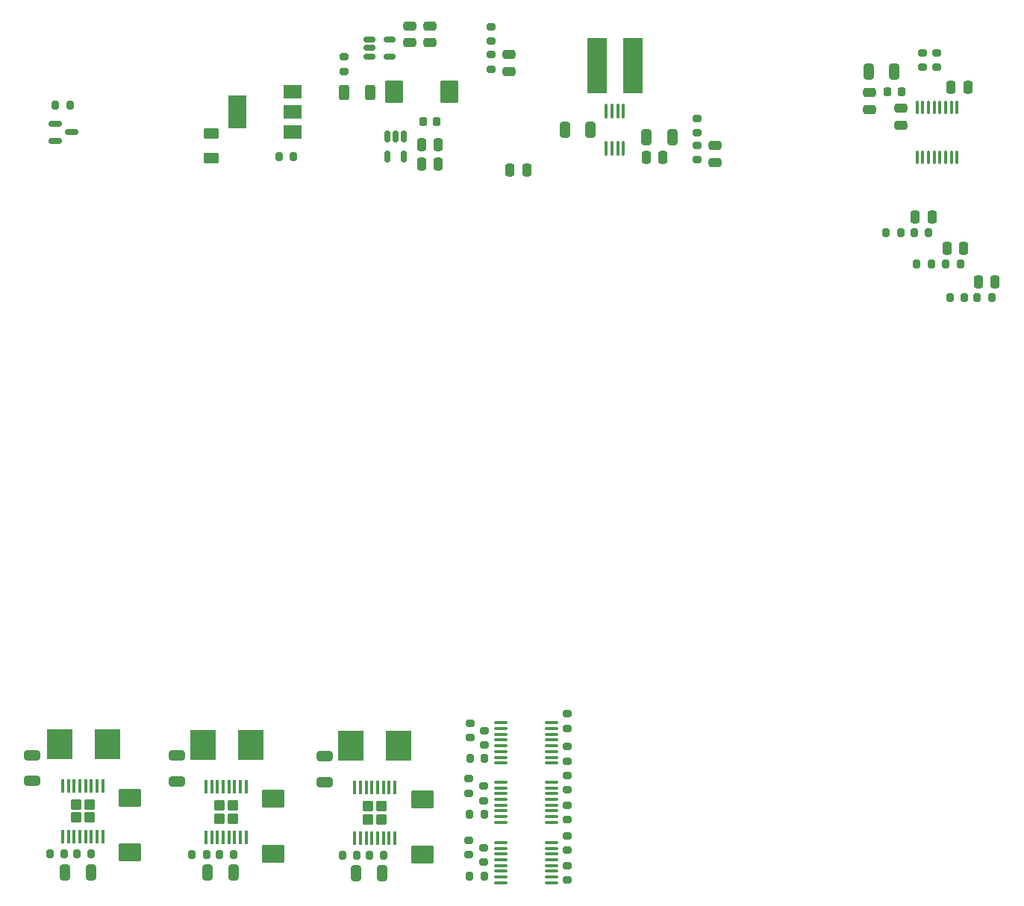
<source format=gbr>
%TF.GenerationSoftware,KiCad,Pcbnew,(6.0.2)*%
%TF.CreationDate,2023-06-26T13:18:54+02:00*%
%TF.ProjectId,LTPS_A,4c545053-5f41-42e6-9b69-6361645f7063,rev?*%
%TF.SameCoordinates,Original*%
%TF.FileFunction,Paste,Top*%
%TF.FilePolarity,Positive*%
%FSLAX46Y46*%
G04 Gerber Fmt 4.6, Leading zero omitted, Abs format (unit mm)*
G04 Created by KiCad (PCBNEW (6.0.2)) date 2023-06-26 13:18:54*
%MOMM*%
%LPD*%
G01*
G04 APERTURE LIST*
G04 Aperture macros list*
%AMRoundRect*
0 Rectangle with rounded corners*
0 $1 Rounding radius*
0 $2 $3 $4 $5 $6 $7 $8 $9 X,Y pos of 4 corners*
0 Add a 4 corners polygon primitive as box body*
4,1,4,$2,$3,$4,$5,$6,$7,$8,$9,$2,$3,0*
0 Add four circle primitives for the rounded corners*
1,1,$1+$1,$2,$3*
1,1,$1+$1,$4,$5*
1,1,$1+$1,$6,$7*
1,1,$1+$1,$8,$9*
0 Add four rect primitives between the rounded corners*
20,1,$1+$1,$2,$3,$4,$5,0*
20,1,$1+$1,$4,$5,$6,$7,0*
20,1,$1+$1,$6,$7,$8,$9,0*
20,1,$1+$1,$8,$9,$2,$3,0*%
G04 Aperture macros list end*
%ADD10RoundRect,0.200000X0.275000X-0.200000X0.275000X0.200000X-0.275000X0.200000X-0.275000X-0.200000X0*%
%ADD11RoundRect,0.250000X-0.325000X-0.650000X0.325000X-0.650000X0.325000X0.650000X-0.325000X0.650000X0*%
%ADD12RoundRect,0.200000X0.200000X0.275000X-0.200000X0.275000X-0.200000X-0.275000X0.200000X-0.275000X0*%
%ADD13RoundRect,0.100000X-0.637500X-0.100000X0.637500X-0.100000X0.637500X0.100000X-0.637500X0.100000X0*%
%ADD14RoundRect,0.100000X0.100000X-0.712500X0.100000X0.712500X-0.100000X0.712500X-0.100000X-0.712500X0*%
%ADD15RoundRect,0.200000X-0.275000X0.200000X-0.275000X-0.200000X0.275000X-0.200000X0.275000X0.200000X0*%
%ADD16RoundRect,0.218750X-0.218750X-0.256250X0.218750X-0.256250X0.218750X0.256250X-0.218750X0.256250X0*%
%ADD17RoundRect,0.250000X-0.250000X-0.475000X0.250000X-0.475000X0.250000X0.475000X-0.250000X0.475000X0*%
%ADD18RoundRect,0.250000X-0.312500X-0.625000X0.312500X-0.625000X0.312500X0.625000X-0.312500X0.625000X0*%
%ADD19RoundRect,0.250000X-0.475000X0.250000X-0.475000X-0.250000X0.475000X-0.250000X0.475000X0.250000X0*%
%ADD20R,2.950000X3.500000*%
%ADD21RoundRect,0.250001X-0.354999X0.354999X-0.354999X-0.354999X0.354999X-0.354999X0.354999X0.354999X0*%
%ADD22RoundRect,0.100000X-0.100000X0.675000X-0.100000X-0.675000X0.100000X-0.675000X0.100000X0.675000X0*%
%ADD23RoundRect,0.150000X-0.512500X-0.150000X0.512500X-0.150000X0.512500X0.150000X-0.512500X0.150000X0*%
%ADD24RoundRect,0.150000X-0.587500X-0.150000X0.587500X-0.150000X0.587500X0.150000X-0.587500X0.150000X0*%
%ADD25RoundRect,0.250000X0.625000X-0.375000X0.625000X0.375000X-0.625000X0.375000X-0.625000X-0.375000X0*%
%ADD26RoundRect,0.250000X-0.650000X0.325000X-0.650000X-0.325000X0.650000X-0.325000X0.650000X0.325000X0*%
%ADD27RoundRect,0.150000X-0.150000X0.512500X-0.150000X-0.512500X0.150000X-0.512500X0.150000X0.512500X0*%
%ADD28RoundRect,0.200000X-0.200000X-0.275000X0.200000X-0.275000X0.200000X0.275000X-0.200000X0.275000X0*%
%ADD29RoundRect,0.250000X-0.787500X-1.025000X0.787500X-1.025000X0.787500X1.025000X-0.787500X1.025000X0*%
%ADD30R,2.000000X1.500000*%
%ADD31R,2.000000X3.800000*%
%ADD32RoundRect,0.250000X0.325000X0.650000X-0.325000X0.650000X-0.325000X-0.650000X0.325000X-0.650000X0*%
%ADD33R,2.200000X6.300000*%
%ADD34RoundRect,0.250000X1.025000X-0.787500X1.025000X0.787500X-1.025000X0.787500X-1.025000X-0.787500X0*%
%ADD35RoundRect,0.100000X0.100000X-0.637500X0.100000X0.637500X-0.100000X0.637500X-0.100000X-0.637500X0*%
G04 APERTURE END LIST*
D10*
%TO.C,R26*%
X153416000Y-118965000D03*
X153416000Y-117315000D03*
%TD*%
D11*
%TO.C,C13*%
X187550000Y-44450000D03*
X190500000Y-44450000D03*
%TD*%
D12*
%TO.C,R11*%
X191197000Y-62738000D03*
X189547000Y-62738000D03*
%TD*%
D13*
%TO.C,N11*%
X145854500Y-131953000D03*
X145854500Y-132603000D03*
X145854500Y-133253000D03*
X145854500Y-133903000D03*
X145854500Y-134553000D03*
X145854500Y-135203000D03*
X145854500Y-135853000D03*
X145854500Y-136503000D03*
X151579500Y-136503000D03*
X151579500Y-135853000D03*
X151579500Y-135203000D03*
X151579500Y-134553000D03*
X151579500Y-133903000D03*
X151579500Y-133253000D03*
X151579500Y-132603000D03*
X151579500Y-131953000D03*
%TD*%
D14*
%TO.C,N1*%
X157800400Y-53090300D03*
X158450400Y-53090300D03*
X159100400Y-53090300D03*
X159750400Y-53090300D03*
X159750400Y-48865300D03*
X159100400Y-48865300D03*
X158450400Y-48865300D03*
X157800400Y-48865300D03*
%TD*%
D15*
%TO.C,R20*%
X168148000Y-52769000D03*
X168148000Y-54419000D03*
%TD*%
D12*
%TO.C,R6*%
X96962500Y-48250000D03*
X95312500Y-48250000D03*
%TD*%
D16*
%TO.C,Z1*%
X137012500Y-50100000D03*
X138587500Y-50100000D03*
%TD*%
D17*
%TO.C,C10*%
X136850000Y-54900000D03*
X138750000Y-54900000D03*
%TD*%
D18*
%TO.C,R4*%
X128075000Y-46800000D03*
X131000000Y-46800000D03*
%TD*%
D19*
%TO.C,C7*%
X146812000Y-42484000D03*
X146812000Y-44384000D03*
%TD*%
D15*
%TO.C,R35*%
X153416000Y-134557000D03*
X153416000Y-136207000D03*
%TD*%
D10*
%TO.C,R19*%
X168148000Y-51371000D03*
X168148000Y-49721000D03*
%TD*%
D15*
%TO.C,R30*%
X153416000Y-127699000D03*
X153416000Y-129349000D03*
%TD*%
%TO.C,R2*%
X144780000Y-42482000D03*
X144780000Y-44132000D03*
%TD*%
D19*
%TO.C,C2*%
X137777000Y-39248000D03*
X137777000Y-41148000D03*
%TD*%
D20*
%TO.C,L4*%
X128821000Y-120950000D03*
X134271000Y-120950000D03*
%TD*%
D12*
%TO.C,R5*%
X122325000Y-54100000D03*
X120675000Y-54100000D03*
%TD*%
D21*
%TO.C,N5*%
X97660000Y-127612000D03*
X99160000Y-127612000D03*
X97660000Y-129112000D03*
X99160000Y-129112000D03*
D22*
X100685000Y-125487000D03*
X100035000Y-125487000D03*
X99385000Y-125487000D03*
X98735000Y-125487000D03*
X98085000Y-125487000D03*
X97435000Y-125487000D03*
X96785000Y-125487000D03*
X96135000Y-125487000D03*
X96135000Y-131237000D03*
X96785000Y-131237000D03*
X97435000Y-131237000D03*
X98085000Y-131237000D03*
X98735000Y-131237000D03*
X99385000Y-131237000D03*
X100035000Y-131237000D03*
X100685000Y-131237000D03*
%TD*%
D13*
%TO.C,N9*%
X145854500Y-118364000D03*
X145854500Y-119014000D03*
X145854500Y-119664000D03*
X145854500Y-120314000D03*
X145854500Y-120964000D03*
X145854500Y-121614000D03*
X145854500Y-122264000D03*
X145854500Y-122914000D03*
X151579500Y-122914000D03*
X151579500Y-122264000D03*
X151579500Y-121614000D03*
X151579500Y-120964000D03*
X151579500Y-120314000D03*
X151579500Y-119664000D03*
X151579500Y-119014000D03*
X151579500Y-118364000D03*
%TD*%
D17*
%TO.C,C17*%
X192852000Y-60960000D03*
X194752000Y-60960000D03*
%TD*%
D23*
%TO.C,N3*%
X130950000Y-40782000D03*
X130950000Y-41732000D03*
X130950000Y-42682000D03*
X133225000Y-42682000D03*
X133225000Y-40782000D03*
%TD*%
D24*
%TO.C,V2*%
X95312500Y-50350000D03*
X95312500Y-52250000D03*
X97187500Y-51300000D03*
%TD*%
D10*
%TO.C,R34*%
X142240000Y-133350000D03*
X142240000Y-131700000D03*
%TD*%
%TO.C,R1*%
X144780000Y-40957000D03*
X144780000Y-39307000D03*
%TD*%
D25*
%TO.C,F1*%
X113000000Y-54200000D03*
X113000000Y-51400000D03*
%TD*%
D15*
%TO.C,R3*%
X128075000Y-42725000D03*
X128075000Y-44375000D03*
%TD*%
D21*
%TO.C,N8*%
X130796000Y-129320000D03*
X132296000Y-127820000D03*
X132296000Y-129320000D03*
X130796000Y-127820000D03*
D22*
X133821000Y-125695000D03*
X133171000Y-125695000D03*
X132521000Y-125695000D03*
X131871000Y-125695000D03*
X131221000Y-125695000D03*
X130571000Y-125695000D03*
X129921000Y-125695000D03*
X129271000Y-125695000D03*
X129271000Y-131445000D03*
X129921000Y-131445000D03*
X130571000Y-131445000D03*
X131221000Y-131445000D03*
X131871000Y-131445000D03*
X132521000Y-131445000D03*
X133171000Y-131445000D03*
X133821000Y-131445000D03*
%TD*%
D12*
%TO.C,R16*%
X112443000Y-133315000D03*
X110793000Y-133315000D03*
%TD*%
D26*
%TO.C,C16*%
X92695000Y-122012000D03*
X92695000Y-124962000D03*
%TD*%
%TO.C,C27*%
X125831000Y-122142000D03*
X125831000Y-125092000D03*
%TD*%
D27*
%TO.C,N4*%
X134850000Y-51800000D03*
X133900000Y-51800000D03*
X132950000Y-51800000D03*
X132950000Y-54075000D03*
X134850000Y-54075000D03*
%TD*%
D16*
%TO.C,Z2*%
X189712500Y-46736000D03*
X191287500Y-46736000D03*
%TD*%
D12*
%TO.C,R17*%
X198437000Y-70104000D03*
X196787000Y-70104000D03*
%TD*%
D10*
%TO.C,R31*%
X153416000Y-125984000D03*
X153416000Y-124334000D03*
%TD*%
D19*
%TO.C,C15*%
X191262000Y-48580000D03*
X191262000Y-50480000D03*
%TD*%
D15*
%TO.C,R23*%
X144018000Y-119235000D03*
X144018000Y-120885000D03*
%TD*%
D28*
%TO.C,R18*%
X199898000Y-70104000D03*
X201548000Y-70104000D03*
%TD*%
D12*
%TO.C,R8*%
X96314000Y-133188000D03*
X94664000Y-133188000D03*
%TD*%
D28*
%TO.C,R12*%
X192723000Y-62738000D03*
X194373000Y-62738000D03*
%TD*%
D19*
%TO.C,C14*%
X187706000Y-46802000D03*
X187706000Y-48702000D03*
%TD*%
D29*
%TO.C,C8*%
X133731000Y-46736000D03*
X139956000Y-46736000D03*
%TD*%
D10*
%TO.C,R29*%
X142240000Y-126365000D03*
X142240000Y-124715000D03*
%TD*%
D30*
%TO.C,V1*%
X122250000Y-51300000D03*
D31*
X115950000Y-49000000D03*
D30*
X122250000Y-49000000D03*
X122250000Y-46700000D03*
%TD*%
D32*
%TO.C,C6*%
X156034000Y-51054000D03*
X153084000Y-51054000D03*
%TD*%
D33*
%TO.C,L1*%
X156777000Y-43746000D03*
X160787000Y-43746000D03*
%TD*%
D15*
%TO.C,R28*%
X143891000Y-125540000D03*
X143891000Y-127190000D03*
%TD*%
%TO.C,R25*%
X153416000Y-121061000D03*
X153416000Y-122711000D03*
%TD*%
D21*
%TO.C,N7*%
X113916000Y-127739000D03*
X113916000Y-129239000D03*
X115416000Y-127739000D03*
X115416000Y-129239000D03*
D22*
X116941000Y-125614000D03*
X116291000Y-125614000D03*
X115641000Y-125614000D03*
X114991000Y-125614000D03*
X114341000Y-125614000D03*
X113691000Y-125614000D03*
X113041000Y-125614000D03*
X112391000Y-125614000D03*
X112391000Y-131364000D03*
X113041000Y-131364000D03*
X113691000Y-131364000D03*
X114341000Y-131364000D03*
X114991000Y-131364000D03*
X115641000Y-131364000D03*
X116291000Y-131364000D03*
X116941000Y-131364000D03*
%TD*%
D17*
%TO.C,C1*%
X146878000Y-55626000D03*
X148778000Y-55626000D03*
%TD*%
D10*
%TO.C,R24*%
X142367000Y-120045000D03*
X142367000Y-118395000D03*
%TD*%
D15*
%TO.C,R10*%
X195326000Y-42292000D03*
X195326000Y-43942000D03*
%TD*%
D17*
%TO.C,C9*%
X136850000Y-52700000D03*
X138750000Y-52700000D03*
%TD*%
D26*
%TO.C,C23*%
X109078000Y-122061000D03*
X109078000Y-125011000D03*
%TD*%
D19*
%TO.C,C3*%
X135527000Y-39248000D03*
X135527000Y-41148000D03*
%TD*%
D12*
%TO.C,R27*%
X144018000Y-122428000D03*
X142368000Y-122428000D03*
%TD*%
%TO.C,R7*%
X99362000Y-133188000D03*
X97712000Y-133188000D03*
%TD*%
%TO.C,R37*%
X143954000Y-135763000D03*
X142304000Y-135763000D03*
%TD*%
D17*
%TO.C,C22*%
X200027000Y-68326000D03*
X201927000Y-68326000D03*
%TD*%
D19*
%TO.C,C24*%
X170180000Y-52832000D03*
X170180000Y-54732000D03*
%TD*%
D20*
%TO.C,L3*%
X112068000Y-120869000D03*
X117518000Y-120869000D03*
%TD*%
D12*
%TO.C,R13*%
X194690000Y-66294000D03*
X193040000Y-66294000D03*
%TD*%
D20*
%TO.C,L2*%
X95812000Y-120742000D03*
X101262000Y-120742000D03*
%TD*%
D13*
%TO.C,N10*%
X145854500Y-125106000D03*
X145854500Y-125756000D03*
X145854500Y-126406000D03*
X145854500Y-127056000D03*
X145854500Y-127706000D03*
X145854500Y-128356000D03*
X145854500Y-129006000D03*
X145854500Y-129656000D03*
X151579500Y-129656000D03*
X151579500Y-129006000D03*
X151579500Y-128356000D03*
X151579500Y-127706000D03*
X151579500Y-127056000D03*
X151579500Y-126406000D03*
X151579500Y-125756000D03*
X151579500Y-125106000D03*
%TD*%
D17*
%TO.C,C18*%
X196471000Y-64516000D03*
X198371000Y-64516000D03*
%TD*%
D34*
%TO.C,C25*%
X136915500Y-133298000D03*
X136915500Y-127073000D03*
%TD*%
D28*
%TO.C,R14*%
X196342000Y-66294000D03*
X197992000Y-66294000D03*
%TD*%
D17*
%TO.C,C5*%
X162331400Y-54152800D03*
X164231400Y-54152800D03*
%TD*%
D15*
%TO.C,R9*%
X193675000Y-42292000D03*
X193675000Y-43942000D03*
%TD*%
D32*
%TO.C,C26*%
X132386000Y-135428000D03*
X129436000Y-135428000D03*
%TD*%
D12*
%TO.C,R21*%
X132562000Y-133396000D03*
X130912000Y-133396000D03*
%TD*%
D35*
%TO.C,N6*%
X193051000Y-54170500D03*
X193701000Y-54170500D03*
X194351000Y-54170500D03*
X195001000Y-54170500D03*
X195651000Y-54170500D03*
X196301000Y-54170500D03*
X196951000Y-54170500D03*
X197601000Y-54170500D03*
X197601000Y-48445500D03*
X196951000Y-48445500D03*
X196301000Y-48445500D03*
X195651000Y-48445500D03*
X195001000Y-48445500D03*
X194351000Y-48445500D03*
X193701000Y-48445500D03*
X193051000Y-48445500D03*
%TD*%
D12*
%TO.C,R32*%
X143954000Y-128778000D03*
X142304000Y-128778000D03*
%TD*%
%TO.C,R15*%
X115555000Y-133315000D03*
X113905000Y-133315000D03*
%TD*%
D11*
%TO.C,C4*%
X162331400Y-51866800D03*
X165281400Y-51866800D03*
%TD*%
D12*
%TO.C,R22*%
X129514000Y-133396000D03*
X127864000Y-133396000D03*
%TD*%
D32*
%TO.C,C21*%
X115506000Y-135347000D03*
X112556000Y-135347000D03*
%TD*%
D10*
%TO.C,R36*%
X153416000Y-132842000D03*
X153416000Y-131192000D03*
%TD*%
D17*
%TO.C,C19*%
X196916000Y-46228000D03*
X198816000Y-46228000D03*
%TD*%
D15*
%TO.C,R33*%
X143891000Y-132525000D03*
X143891000Y-134175000D03*
%TD*%
D32*
%TO.C,C12*%
X99377000Y-135347000D03*
X96427000Y-135347000D03*
%TD*%
D34*
%TO.C,C11*%
X103744000Y-133061000D03*
X103744000Y-126836000D03*
%TD*%
%TO.C,C20*%
X120000000Y-133188000D03*
X120000000Y-126963000D03*
%TD*%
M02*

</source>
